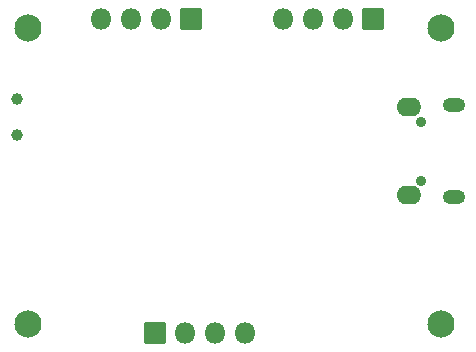
<source format=gbr>
%TF.GenerationSoftware,KiCad,Pcbnew,(6.0.9)*%
%TF.CreationDate,2022-12-17T23:06:55-06:00*%
%TF.ProjectId,STM32_Bluepill,53544d33-325f-4426-9c75-6570696c6c2e,A*%
%TF.SameCoordinates,Original*%
%TF.FileFunction,Soldermask,Bot*%
%TF.FilePolarity,Negative*%
%FSLAX46Y46*%
G04 Gerber Fmt 4.6, Leading zero omitted, Abs format (unit mm)*
G04 Created by KiCad (PCBNEW (6.0.9)) date 2022-12-17 23:06:55*
%MOMM*%
%LPD*%
G01*
G04 APERTURE LIST*
G04 Aperture macros list*
%AMRoundRect*
0 Rectangle with rounded corners*
0 $1 Rounding radius*
0 $2 $3 $4 $5 $6 $7 $8 $9 X,Y pos of 4 corners*
0 Add a 4 corners polygon primitive as box body*
4,1,4,$2,$3,$4,$5,$6,$7,$8,$9,$2,$3,0*
0 Add four circle primitives for the rounded corners*
1,1,$1+$1,$2,$3*
1,1,$1+$1,$4,$5*
1,1,$1+$1,$6,$7*
1,1,$1+$1,$8,$9*
0 Add four rect primitives between the rounded corners*
20,1,$1+$1,$2,$3,$4,$5,0*
20,1,$1+$1,$4,$5,$6,$7,0*
20,1,$1+$1,$6,$7,$8,$9,0*
20,1,$1+$1,$8,$9,$2,$3,0*%
G04 Aperture macros list end*
%ADD10RoundRect,0.050800X-0.850000X0.850000X-0.850000X-0.850000X0.850000X-0.850000X0.850000X0.850000X0*%
%ADD11O,1.801600X1.801600*%
%ADD12O,0.901600X0.901600*%
%ADD13O,2.101600X1.551600*%
%ADD14O,1.901600X1.251600*%
%ADD15C,2.301600*%
%ADD16C,1.001600*%
%ADD17RoundRect,0.050800X0.850000X-0.850000X0.850000X0.850000X-0.850000X0.850000X-0.850000X-0.850000X0*%
G04 APERTURE END LIST*
D10*
%TO.C,J2*%
X176200000Y-79200000D03*
D11*
X173660000Y-79200000D03*
X171120000Y-79200000D03*
X168580000Y-79200000D03*
%TD*%
D12*
%TO.C,J1*%
X195700000Y-87900000D03*
X195700000Y-92900000D03*
D13*
X194650000Y-94125000D03*
D14*
X198450000Y-86525000D03*
D13*
X194650000Y-86675000D03*
D14*
X198450000Y-94275000D03*
%TD*%
D15*
%TO.C,H4*%
X162400000Y-80000000D03*
%TD*%
D16*
%TO.C,SW_1*%
X161500000Y-89000000D03*
X161500000Y-86000000D03*
%TD*%
D17*
%TO.C,J4*%
X173200000Y-105800000D03*
D11*
X175740000Y-105800000D03*
X178280000Y-105800000D03*
X180820000Y-105800000D03*
%TD*%
D10*
%TO.C,J3*%
X191600000Y-79200000D03*
D11*
X189060000Y-79200000D03*
X186520000Y-79200000D03*
X183980000Y-79200000D03*
%TD*%
D15*
%TO.C,H3*%
X197400000Y-80000000D03*
%TD*%
%TO.C,H2*%
X197400000Y-105000000D03*
%TD*%
%TO.C,H1*%
X162400000Y-105000000D03*
%TD*%
M02*

</source>
